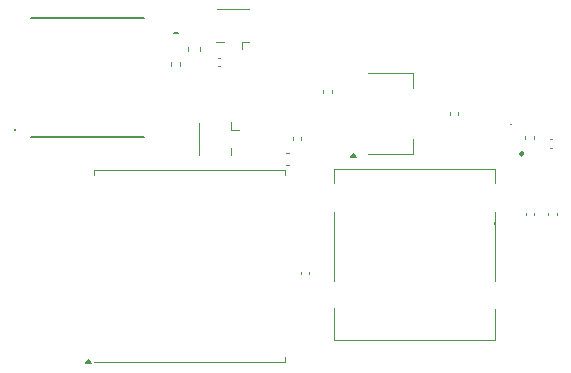
<source format=gbr>
%TF.GenerationSoftware,KiCad,Pcbnew,8.0.6*%
%TF.CreationDate,2025-01-17T09:04:30-05:00*%
%TF.ProjectId,Vanguard_V2,56616e67-7561-4726-945f-56322e6b6963,rev?*%
%TF.SameCoordinates,Original*%
%TF.FileFunction,Legend,Bot*%
%TF.FilePolarity,Positive*%
%FSLAX46Y46*%
G04 Gerber Fmt 4.6, Leading zero omitted, Abs format (unit mm)*
G04 Created by KiCad (PCBNEW 8.0.6) date 2025-01-17 09:04:30*
%MOMM*%
%LPD*%
G01*
G04 APERTURE LIST*
%ADD10C,0.120000*%
%ADD11C,0.200000*%
%ADD12C,0.250000*%
%ADD13C,0.100000*%
G04 APERTURE END LIST*
D10*
%TO.C,C7*%
X130340000Y-80007836D02*
X130340000Y-79792164D01*
X131060000Y-80007836D02*
X131060000Y-79792164D01*
%TO.C,C23*%
X121607836Y-77040000D02*
X121392164Y-77040000D01*
X121607836Y-77760000D02*
X121392164Y-77760000D01*
%TO.C,R3*%
X147448000Y-83973641D02*
X147448000Y-83666359D01*
X148208000Y-83973641D02*
X148208000Y-83666359D01*
%TO.C,C32*%
X127740000Y-83792164D02*
X127740000Y-84007836D01*
X128460000Y-83792164D02*
X128460000Y-84007836D01*
%TO.C,C31*%
X128440000Y-95172164D02*
X128440000Y-95387836D01*
X129160000Y-95172164D02*
X129160000Y-95387836D01*
D11*
%TO.C,D3*%
X118006000Y-74930000D02*
X117706000Y-74930000D01*
D10*
%TO.C,U2*%
X137910000Y-78390000D02*
X134150000Y-78390000D01*
X137910000Y-79650000D02*
X137910000Y-78390000D01*
X137910000Y-83950000D02*
X137910000Y-85210000D01*
X137910000Y-85210000D02*
X134150000Y-85210000D01*
X133110000Y-85440000D02*
X132630000Y-85440000D01*
X132870000Y-85110000D01*
X133110000Y-85440000D01*
G36*
X133110000Y-85440000D02*
G01*
X132630000Y-85440000D01*
X132870000Y-85110000D01*
X133110000Y-85440000D01*
G37*
%TO.C,U6*%
X110899000Y-86600000D02*
X110899000Y-87000000D01*
X127099000Y-86600000D02*
X110899000Y-86600000D01*
X127099000Y-87000000D02*
X127099000Y-86600000D01*
X127099000Y-102400000D02*
X127099000Y-102800000D01*
X127099000Y-102800000D02*
X110899000Y-102800000D01*
X110639000Y-102936000D02*
X110159000Y-102936000D01*
X110399000Y-102600000D01*
X110639000Y-102936000D01*
G36*
X110639000Y-102936000D02*
G01*
X110159000Y-102936000D01*
X110399000Y-102600000D01*
X110639000Y-102936000D01*
G37*
D12*
%TO.C,IC1*%
X147253000Y-85198000D02*
G75*
G02*
X147003000Y-85198000I-125000J0D01*
G01*
X147003000Y-85198000D02*
G75*
G02*
X147253000Y-85198000I125000J0D01*
G01*
D10*
%TO.C,C8*%
X141040000Y-81692164D02*
X141040000Y-81907836D01*
X141760000Y-81692164D02*
X141760000Y-81907836D01*
%TO.C,C16*%
X149373000Y-90404836D02*
X149373000Y-90189164D01*
X150093000Y-90404836D02*
X150093000Y-90189164D01*
%TO.C,C15*%
X149713836Y-83968000D02*
X149498164Y-83968000D01*
X149713836Y-84688000D02*
X149498164Y-84688000D01*
%TO.C,J7*%
X121332000Y-72968000D02*
X124032000Y-72968000D01*
X121922000Y-75688000D02*
X121282000Y-75688000D01*
X123442000Y-75688000D02*
X124082000Y-75688000D01*
X123442000Y-76318000D02*
X123442000Y-75688000D01*
%TO.C,C17*%
X147468000Y-90404836D02*
X147468000Y-90189164D01*
X148188000Y-90404836D02*
X148188000Y-90189164D01*
D13*
%TO.C,IC2*%
X104163000Y-83140000D02*
X104163000Y-83140000D01*
X104263000Y-83140000D02*
X104263000Y-83140000D01*
D11*
X115163000Y-73690000D02*
X105563000Y-73690000D01*
X115163000Y-83790000D02*
X105563000Y-83790000D01*
D13*
X104163000Y-83140000D02*
G75*
G02*
X104263000Y-83140000I50000J0D01*
G01*
X104263000Y-83140000D02*
G75*
G02*
X104163000Y-83140000I-50000J0D01*
G01*
D10*
%TO.C,FB3*%
X127440580Y-85090000D02*
X127159420Y-85090000D01*
X127440580Y-86110000D02*
X127159420Y-86110000D01*
%TO.C,J9*%
X119840000Y-85250000D02*
X119840000Y-82550000D01*
X122560000Y-83140000D02*
X122560000Y-82500000D01*
X122560000Y-84660000D02*
X122560000Y-85300000D01*
X123190000Y-83140000D02*
X122560000Y-83140000D01*
D13*
%TO.C,D2*%
X146250000Y-82730000D02*
G75*
G02*
X146150000Y-82730000I-50000J0D01*
G01*
X146150000Y-82730000D02*
G75*
G02*
X146250000Y-82730000I50000J0D01*
G01*
%TO.C,J3*%
X131249000Y-86500000D02*
X131249000Y-87625000D01*
X131249000Y-90125000D02*
X131249000Y-95925000D01*
X131249000Y-100950000D02*
X131249000Y-98225000D01*
X144824000Y-91025000D02*
X144824000Y-91025000D01*
X144824000Y-91125000D02*
X144824000Y-91125000D01*
X144849000Y-86500000D02*
X131249000Y-86500000D01*
X144849000Y-87625000D02*
X144849000Y-86500000D01*
X144849000Y-90125000D02*
X144849000Y-95925000D01*
X144849000Y-98325000D02*
X144849000Y-100950000D01*
X144849000Y-100950000D02*
X131249000Y-100950000D01*
X144824000Y-91025000D02*
G75*
G02*
X144824000Y-91125000I0J-50000D01*
G01*
X144824000Y-91125000D02*
G75*
G02*
X144824000Y-91025000I0J50000D01*
G01*
D10*
%TO.C,FB2*%
X118870000Y-76467580D02*
X118870000Y-76186420D01*
X119890000Y-76467580D02*
X119890000Y-76186420D01*
%TO.C,R11*%
X117476000Y-77750641D02*
X117476000Y-77443359D01*
X118236000Y-77750641D02*
X118236000Y-77443359D01*
%TD*%
M02*

</source>
